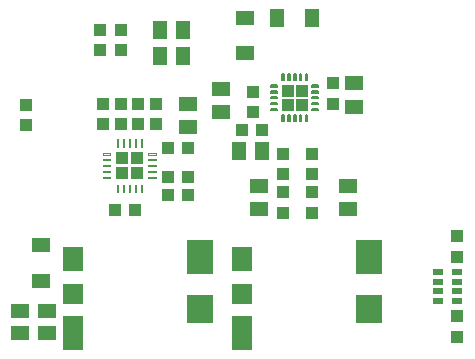
<source format=gtp>
G75*
%MOIN*%
%OFA0B0*%
%FSLAX24Y24*%
%IPPOS*%
%LPD*%
%AMOC8*
5,1,8,0,0,1.08239X$1,22.5*
%
%ADD10R,0.0591X0.0512*%
%ADD11R,0.0413X0.0425*%
%ADD12R,0.0689X0.1142*%
%ADD13R,0.0689X0.0827*%
%ADD14R,0.0886X0.0945*%
%ADD15R,0.0886X0.1142*%
%ADD16R,0.0689X0.0709*%
%ADD17R,0.0425X0.0413*%
%ADD18C,0.0049*%
%ADD19R,0.0423X0.0423*%
%ADD20C,0.0050*%
%ADD21R,0.0394X0.0394*%
%ADD22R,0.0630X0.0512*%
%ADD23R,0.0512X0.0630*%
%ADD24R,0.0512X0.0591*%
%ADD25R,0.0630X0.0472*%
%ADD26R,0.0472X0.0630*%
%ADD27R,0.0354X0.0197*%
D10*
X001403Y002423D03*
X001403Y003171D03*
X002289Y003171D03*
X002289Y002423D03*
X009376Y006577D03*
X009376Y007325D03*
X012328Y007325D03*
X012328Y006577D03*
D11*
X009474Y009195D03*
X008785Y009195D03*
X007013Y008605D03*
X006324Y008605D03*
X006324Y007620D03*
X006324Y007030D03*
X007013Y007030D03*
X007013Y007620D03*
X005242Y006538D03*
X004553Y006538D03*
X004750Y011853D03*
X004750Y012542D03*
X004061Y012542D03*
X004061Y011853D03*
D12*
X003175Y002423D03*
X008785Y002423D03*
D13*
X008785Y004904D03*
X003175Y004904D03*
D14*
X007407Y003250D03*
X013017Y003250D03*
D15*
X013017Y004983D03*
X007407Y004983D03*
D16*
X008785Y003723D03*
X003175Y003723D03*
D17*
X004159Y009392D03*
X004750Y009392D03*
X005340Y009392D03*
X005931Y009392D03*
X005931Y010081D03*
X005340Y010081D03*
X004750Y010081D03*
X004159Y010081D03*
X001600Y010046D03*
X001600Y009357D03*
X009179Y009786D03*
X009179Y010475D03*
X010163Y008408D03*
X010163Y007719D03*
X010163Y007128D03*
X010163Y006439D03*
X011147Y006439D03*
X011147Y007128D03*
X011147Y007719D03*
X011147Y008408D03*
X011836Y010081D03*
X011836Y010770D03*
X015970Y005652D03*
X015970Y004963D03*
X015970Y002994D03*
X015970Y002305D03*
D18*
X005926Y007645D02*
X005680Y007645D01*
X005926Y007645D02*
X005926Y007595D01*
X005680Y007595D01*
X005680Y007645D01*
X005680Y007643D02*
X005926Y007643D01*
X005926Y007842D02*
X005680Y007842D01*
X005926Y007842D02*
X005926Y007792D01*
X005680Y007792D01*
X005680Y007842D01*
X005680Y007840D02*
X005926Y007840D01*
X005926Y008039D02*
X005680Y008039D01*
X005926Y008039D02*
X005926Y007989D01*
X005680Y007989D01*
X005680Y008039D01*
X005680Y008037D02*
X005926Y008037D01*
X005926Y008236D02*
X005680Y008236D01*
X005926Y008236D02*
X005926Y008186D01*
X005680Y008186D01*
X005680Y008236D01*
X005680Y008234D02*
X005926Y008234D01*
X005926Y008433D02*
X005680Y008433D01*
X005926Y008433D02*
X005926Y008383D01*
X005680Y008383D01*
X005680Y008433D01*
X005680Y008431D02*
X005926Y008431D01*
X005414Y008649D02*
X005414Y008895D01*
X005464Y008895D01*
X005464Y008649D01*
X005414Y008649D01*
X005414Y008697D02*
X005464Y008697D01*
X005464Y008745D02*
X005414Y008745D01*
X005414Y008793D02*
X005464Y008793D01*
X005464Y008841D02*
X005414Y008841D01*
X005414Y008889D02*
X005464Y008889D01*
X005217Y008895D02*
X005217Y008649D01*
X005217Y008895D02*
X005267Y008895D01*
X005267Y008649D01*
X005217Y008649D01*
X005217Y008697D02*
X005267Y008697D01*
X005267Y008745D02*
X005217Y008745D01*
X005217Y008793D02*
X005267Y008793D01*
X005267Y008841D02*
X005217Y008841D01*
X005217Y008889D02*
X005267Y008889D01*
X005020Y008895D02*
X005020Y008649D01*
X005020Y008895D02*
X005070Y008895D01*
X005070Y008649D01*
X005020Y008649D01*
X005020Y008697D02*
X005070Y008697D01*
X005070Y008745D02*
X005020Y008745D01*
X005020Y008793D02*
X005070Y008793D01*
X005070Y008841D02*
X005020Y008841D01*
X005020Y008889D02*
X005070Y008889D01*
X004823Y008895D02*
X004823Y008649D01*
X004823Y008895D02*
X004873Y008895D01*
X004873Y008649D01*
X004823Y008649D01*
X004823Y008697D02*
X004873Y008697D01*
X004873Y008745D02*
X004823Y008745D01*
X004823Y008793D02*
X004873Y008793D01*
X004873Y008841D02*
X004823Y008841D01*
X004823Y008889D02*
X004873Y008889D01*
X004626Y008895D02*
X004626Y008649D01*
X004626Y008895D02*
X004676Y008895D01*
X004676Y008649D01*
X004626Y008649D01*
X004626Y008697D02*
X004676Y008697D01*
X004676Y008745D02*
X004626Y008745D01*
X004626Y008793D02*
X004676Y008793D01*
X004676Y008841D02*
X004626Y008841D01*
X004626Y008889D02*
X004676Y008889D01*
X004410Y008383D02*
X004164Y008383D01*
X004164Y008433D01*
X004410Y008433D01*
X004410Y008383D01*
X004410Y008431D02*
X004164Y008431D01*
X004164Y008186D02*
X004410Y008186D01*
X004164Y008186D02*
X004164Y008236D01*
X004410Y008236D01*
X004410Y008186D01*
X004410Y008234D02*
X004164Y008234D01*
X004164Y007989D02*
X004410Y007989D01*
X004164Y007989D02*
X004164Y008039D01*
X004410Y008039D01*
X004410Y007989D01*
X004410Y008037D02*
X004164Y008037D01*
X004164Y007792D02*
X004410Y007792D01*
X004164Y007792D02*
X004164Y007842D01*
X004410Y007842D01*
X004410Y007792D01*
X004410Y007840D02*
X004164Y007840D01*
X004164Y007595D02*
X004410Y007595D01*
X004164Y007595D02*
X004164Y007645D01*
X004410Y007645D01*
X004410Y007595D01*
X004410Y007643D02*
X004164Y007643D01*
X004676Y007379D02*
X004676Y007133D01*
X004626Y007133D01*
X004626Y007379D01*
X004676Y007379D01*
X004676Y007181D02*
X004626Y007181D01*
X004626Y007229D02*
X004676Y007229D01*
X004676Y007277D02*
X004626Y007277D01*
X004626Y007325D02*
X004676Y007325D01*
X004676Y007373D02*
X004626Y007373D01*
X004873Y007379D02*
X004873Y007133D01*
X004823Y007133D01*
X004823Y007379D01*
X004873Y007379D01*
X004873Y007181D02*
X004823Y007181D01*
X004823Y007229D02*
X004873Y007229D01*
X004873Y007277D02*
X004823Y007277D01*
X004823Y007325D02*
X004873Y007325D01*
X004873Y007373D02*
X004823Y007373D01*
X005070Y007379D02*
X005070Y007133D01*
X005020Y007133D01*
X005020Y007379D01*
X005070Y007379D01*
X005070Y007181D02*
X005020Y007181D01*
X005020Y007229D02*
X005070Y007229D01*
X005070Y007277D02*
X005020Y007277D01*
X005020Y007325D02*
X005070Y007325D01*
X005070Y007373D02*
X005020Y007373D01*
X005267Y007379D02*
X005267Y007133D01*
X005217Y007133D01*
X005217Y007379D01*
X005267Y007379D01*
X005267Y007181D02*
X005217Y007181D01*
X005217Y007229D02*
X005267Y007229D01*
X005267Y007277D02*
X005217Y007277D01*
X005217Y007325D02*
X005267Y007325D01*
X005267Y007373D02*
X005217Y007373D01*
X005464Y007379D02*
X005464Y007133D01*
X005414Y007133D01*
X005414Y007379D01*
X005464Y007379D01*
X005464Y007181D02*
X005414Y007181D01*
X005414Y007229D02*
X005464Y007229D01*
X005464Y007277D02*
X005414Y007277D01*
X005414Y007325D02*
X005464Y007325D01*
X005464Y007373D02*
X005414Y007373D01*
D19*
X005306Y007753D03*
X005306Y008275D03*
X004784Y008275D03*
X004784Y007753D03*
D20*
X009768Y009859D02*
X009968Y009859D01*
X009768Y009859D02*
X009768Y009909D01*
X009968Y009909D01*
X009968Y009859D01*
X009968Y009908D02*
X009768Y009908D01*
X009768Y010056D02*
X009968Y010056D01*
X009768Y010056D02*
X009768Y010106D01*
X009968Y010106D01*
X009968Y010056D01*
X009968Y010105D02*
X009768Y010105D01*
X009768Y010253D02*
X009968Y010253D01*
X009768Y010253D02*
X009768Y010303D01*
X009968Y010303D01*
X009968Y010253D01*
X009968Y010302D02*
X009768Y010302D01*
X009768Y010450D02*
X009968Y010450D01*
X009768Y010450D02*
X009768Y010500D01*
X009968Y010500D01*
X009968Y010450D01*
X009968Y010499D02*
X009768Y010499D01*
X009768Y010646D02*
X009968Y010646D01*
X009768Y010646D02*
X009768Y010696D01*
X009968Y010696D01*
X009968Y010646D01*
X009968Y010695D02*
X009768Y010695D01*
X010138Y010867D02*
X010138Y011067D01*
X010188Y011067D01*
X010188Y010867D01*
X010138Y010867D01*
X010138Y010916D02*
X010188Y010916D01*
X010188Y010965D02*
X010138Y010965D01*
X010138Y011014D02*
X010188Y011014D01*
X010188Y011063D02*
X010138Y011063D01*
X010335Y011067D02*
X010335Y010867D01*
X010335Y011067D02*
X010385Y011067D01*
X010385Y010867D01*
X010335Y010867D01*
X010335Y010916D02*
X010385Y010916D01*
X010385Y010965D02*
X010335Y010965D01*
X010335Y011014D02*
X010385Y011014D01*
X010385Y011063D02*
X010335Y011063D01*
X010532Y011067D02*
X010532Y010867D01*
X010532Y011067D02*
X010582Y011067D01*
X010582Y010867D01*
X010532Y010867D01*
X010532Y010916D02*
X010582Y010916D01*
X010582Y010965D02*
X010532Y010965D01*
X010532Y011014D02*
X010582Y011014D01*
X010582Y011063D02*
X010532Y011063D01*
X010729Y011067D02*
X010729Y010867D01*
X010729Y011067D02*
X010779Y011067D01*
X010779Y010867D01*
X010729Y010867D01*
X010729Y010916D02*
X010779Y010916D01*
X010779Y010965D02*
X010729Y010965D01*
X010729Y011014D02*
X010779Y011014D01*
X010779Y011063D02*
X010729Y011063D01*
X010925Y011067D02*
X010925Y010867D01*
X010925Y011067D02*
X010975Y011067D01*
X010975Y010867D01*
X010925Y010867D01*
X010925Y010916D02*
X010975Y010916D01*
X010975Y010965D02*
X010925Y010965D01*
X010925Y011014D02*
X010975Y011014D01*
X010975Y011063D02*
X010925Y011063D01*
X011146Y010696D02*
X011346Y010696D01*
X011346Y010646D01*
X011146Y010646D01*
X011146Y010696D01*
X011146Y010695D02*
X011346Y010695D01*
X011346Y010500D02*
X011146Y010500D01*
X011346Y010500D02*
X011346Y010450D01*
X011146Y010450D01*
X011146Y010500D01*
X011146Y010499D02*
X011346Y010499D01*
X011346Y010303D02*
X011146Y010303D01*
X011346Y010303D02*
X011346Y010253D01*
X011146Y010253D01*
X011146Y010303D01*
X011146Y010302D02*
X011346Y010302D01*
X011346Y010106D02*
X011146Y010106D01*
X011346Y010106D02*
X011346Y010056D01*
X011146Y010056D01*
X011146Y010106D01*
X011146Y010105D02*
X011346Y010105D01*
X011346Y009909D02*
X011146Y009909D01*
X011346Y009909D02*
X011346Y009859D01*
X011146Y009859D01*
X011146Y009909D01*
X011146Y009908D02*
X011346Y009908D01*
X010975Y009689D02*
X010975Y009489D01*
X010925Y009489D01*
X010925Y009689D01*
X010975Y009689D01*
X010975Y009538D02*
X010925Y009538D01*
X010925Y009587D02*
X010975Y009587D01*
X010975Y009636D02*
X010925Y009636D01*
X010925Y009685D02*
X010975Y009685D01*
X010779Y009689D02*
X010779Y009489D01*
X010729Y009489D01*
X010729Y009689D01*
X010779Y009689D01*
X010779Y009538D02*
X010729Y009538D01*
X010729Y009587D02*
X010779Y009587D01*
X010779Y009636D02*
X010729Y009636D01*
X010729Y009685D02*
X010779Y009685D01*
X010582Y009689D02*
X010582Y009489D01*
X010532Y009489D01*
X010532Y009689D01*
X010582Y009689D01*
X010582Y009538D02*
X010532Y009538D01*
X010532Y009587D02*
X010582Y009587D01*
X010582Y009636D02*
X010532Y009636D01*
X010532Y009685D02*
X010582Y009685D01*
X010385Y009689D02*
X010385Y009489D01*
X010335Y009489D01*
X010335Y009689D01*
X010385Y009689D01*
X010385Y009538D02*
X010335Y009538D01*
X010335Y009587D02*
X010385Y009587D01*
X010385Y009636D02*
X010335Y009636D01*
X010335Y009685D02*
X010385Y009685D01*
X010188Y009689D02*
X010188Y009489D01*
X010138Y009489D01*
X010138Y009689D01*
X010188Y009689D01*
X010188Y009538D02*
X010138Y009538D01*
X010138Y009587D02*
X010188Y009587D01*
X010188Y009636D02*
X010138Y009636D01*
X010138Y009685D02*
X010188Y009685D01*
D21*
X010320Y010042D03*
X010320Y010514D03*
X010793Y010514D03*
X010793Y010042D03*
D22*
X012525Y009983D03*
X012525Y010770D03*
X008096Y010573D03*
X008096Y009786D03*
X007013Y010081D03*
X007013Y009294D03*
D23*
X008687Y008506D03*
X009474Y008506D03*
D24*
X006817Y011656D03*
X006069Y011656D03*
X006069Y012542D03*
X006817Y012542D03*
D25*
X008883Y012935D03*
X008883Y011754D03*
X002092Y005357D03*
X002092Y004175D03*
D26*
X009966Y012935D03*
X011147Y012935D03*
D27*
X015340Y004451D03*
X015340Y004136D03*
X015340Y003821D03*
X015340Y003506D03*
X015970Y003506D03*
X015970Y003821D03*
X015970Y004136D03*
X015970Y004451D03*
M02*

</source>
